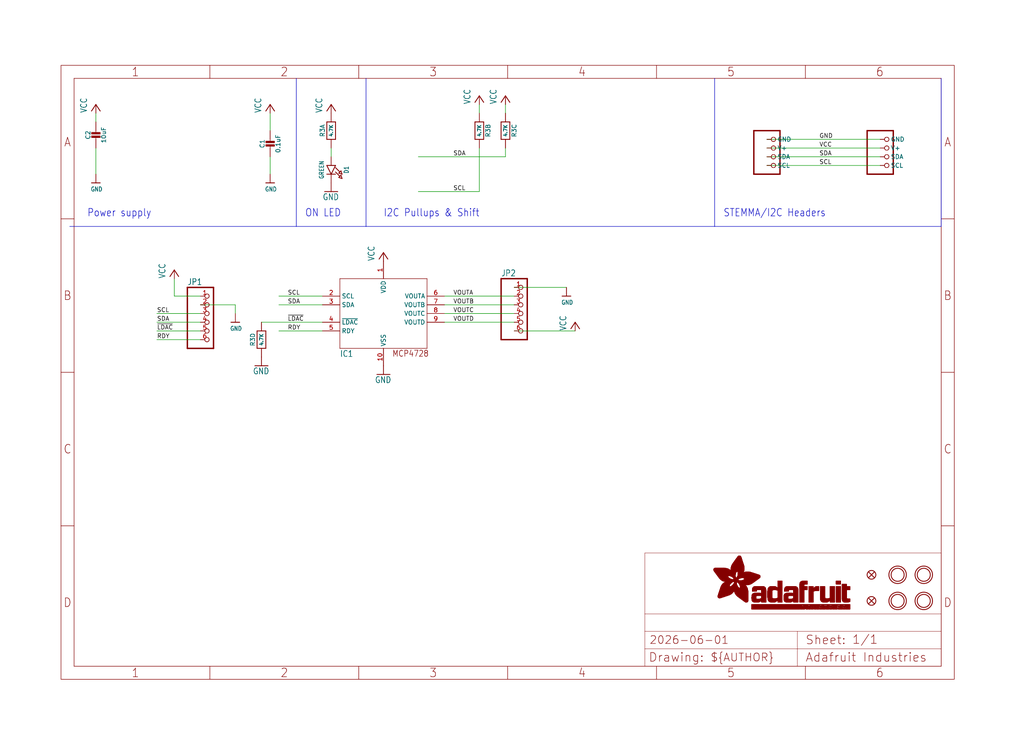
<source format=kicad_sch>
(kicad_sch (version 20230121) (generator eeschema)
  (paper "User" 298.45 217.322)
  (lib_symbols
    (symbol "working-eagle-import:CAP_CERAMIC0603_NO"
      (property "Reference" "C" (at -2.29 1.25 90))
      (symbol "CAP_CERAMIC0603_NO_1_0"
        (pin passive line (at 0 5.08 270) (length 2.54) (name "1") (number "1"))
        (pin passive line (at 0 -2.54 90) (length 2.54) (name "2") (number "2"))
      )
    )
    (symbol "working-eagle-import:CAP_CERAMIC0805-NOOUTLINE"
      (property "Reference" "C" (at -2.29 1.25 90))
      (symbol "CAP_CERAMIC0805-NOOUTLINE_1_0"
        (pin passive line (at 0 5.08 270) (length 2.54) (name "1") (number "1"))
        (pin passive line (at 0 -2.54 90) (length 2.54) (name "2") (number "2"))
      )
    )
    (symbol "working-eagle-import:FIDUCIAL_1MM")
    (symbol "working-eagle-import:FRAME_A4_ADAFRUIT"
      (symbol "FRAME_A4_ADAFRUIT_1_0"
        (text "${#}/${##}" (at 230.505 10.16 0) (effects (font (size 2.54 2.54)) (justify left bottom)))
        (text "${AUTHOR}" (at 189.23 5.08 0) (effects (font (size 2.286 2.286)) (justify left bottom)))
        (text "${CURRENT_DATE}" (at 171.45 10.16 0) (effects (font (size 2.286 2.286)) (justify left bottom)))
        (text "${PROJECTNAME}" (at 171.45 15.24 0) (effects (font (size 2.54 2.54)) (justify left bottom)))
        (text "1" (at 21.6958 1.905 0) (effects (font (size 2.54 2.286))))
        (text "1" (at 21.6958 177.165 0) (effects (font (size 2.54 2.286))))
        (text "2" (at 65.0875 1.905 0) (effects (font (size 2.54 2.286))))
        (text "2" (at 65.0875 177.165 0) (effects (font (size 2.54 2.286))))
        (text "3" (at 108.4792 1.905 0) (effects (font (size 2.54 2.286))))
        (text "3" (at 108.4792 177.165 0) (effects (font (size 2.54 2.286))))
        (text "4" (at 151.8708 1.905 0) (effects (font (size 2.54 2.286))))
        (text "4" (at 151.8708 177.165 0) (effects (font (size 2.54 2.286))))
        (text "5" (at 195.2625 1.905 0) (effects (font (size 2.54 2.286))))
        (text "5" (at 195.2625 177.165 0) (effects (font (size 2.54 2.286))))
        (text "6" (at 238.6542 1.905 0) (effects (font (size 2.54 2.286))))
        (text "6" (at 238.6542 177.165 0) (effects (font (size 2.54 2.286))))
        (text "A" (at 1.905 156.6863 0) (effects (font (size 2.54 2.286))))
        (text "A" (at 258.445 156.6863 0) (effects (font (size 2.54 2.286))))
        (text "Adafruit Industries" (at 216.916 4.953 0) (effects (font (size 2.54 2.54)) (justify left bottom)))
        (text "B" (at 1.905 111.9188 0) (effects (font (size 2.54 2.286))))
        (text "B" (at 258.445 111.9188 0) (effects (font (size 2.54 2.286))))
        (text "C" (at 1.905 67.1513 0) (effects (font (size 2.54 2.286))))
        (text "C" (at 258.445 67.1513 0) (effects (font (size 2.54 2.286))))
        (text "D" (at 1.905 22.3838 0) (effects (font (size 2.54 2.286))))
        (text "D" (at 258.445 22.3838 0) (effects (font (size 2.54 2.286))))
        (text "Drawing:" (at 171.196 4.953 0) (effects (font (size 2.54 2.54)) (justify left bottom)))
        (text "Sheet:" (at 216.916 10.033 0) (effects (font (size 2.54 2.54)) (justify left bottom)))
      )
    )
    (symbol "working-eagle-import:GND" (power)
      (property "Value" "GND" (at -1.524 -2.54 0))
      (symbol "GND_1_0"
        (pin power_in line (at 0 2.54 270) (length 2.54) (name "GND") (number "1"))
      )
    )
    (symbol "working-eagle-import:HEADER-1X670MIL"
      (property "Reference" "JP" (at -6.35 10.795 0))
      (symbol "HEADER-1X670MIL_1_0"
        (pin passive inverted (at -2.54 7.62 0) (length 2.54) (name "1") (number "1"))
        (pin passive inverted (at -2.54 5.08 0) (length 2.54) (name "2") (number "2"))
        (pin passive inverted (at -2.54 2.54 0) (length 2.54) (name "3") (number "3"))
        (pin passive inverted (at -2.54 0 0) (length 2.54) (name "4") (number "4"))
        (pin passive inverted (at -2.54 -2.54 0) (length 2.54) (name "5") (number "5"))
        (pin passive inverted (at -2.54 -5.08 0) (length 2.54) (name "6") (number "6"))
      )
    )
    (symbol "working-eagle-import:LED0603_NOOUTLINE"
      (property "Reference" "D" (at -1.27 4.445 0))
      (symbol "LED0603_NOOUTLINE_1_0"
        (pin passive line (at -5.08 0 0) (length 2.54) (name "A") (number "A"))
        (pin passive line (at 2.54 0 180) (length 2.54) (name "C") (number "C"))
      )
    )
    (symbol "working-eagle-import:MCP4728"
      (property "Reference" "IC" (at -12.7 -12.7 0))
      (symbol "MCP4728_1_0"
        (text "MCP4728" (at 2.54 -12.7 0) (effects (font (size 1.778 1.5113)) (justify left bottom)))
        (pin power_in line (at 0 15.24 270) (length 5.08) (name "VDD") (number "1"))
        (pin power_in line (at 0 -15.24 90) (length 5.08) (name "VSS") (number "10"))
        (pin bidirectional line (at -17.78 5.08 0) (length 5.08) (name "SCL") (number "2"))
        (pin bidirectional line (at -17.78 2.54 0) (length 5.08) (name "SDA") (number "3"))
        (pin input line (at -17.78 -2.54 0) (length 5.08) (name "~{LDAC}") (number "4"))
        (pin output line (at -17.78 -5.08 0) (length 5.08) (name "RDY") (number "5"))
        (pin output line (at 17.78 5.08 180) (length 5.08) (name "VOUTA") (number "6"))
        (pin output line (at 17.78 2.54 180) (length 5.08) (name "VOUTB") (number "7"))
        (pin output line (at 17.78 0 180) (length 5.08) (name "VOUTC") (number "8"))
        (pin output line (at 17.78 -2.54 180) (length 5.08) (name "VOUTD") (number "9"))
      )
    )
    (symbol "working-eagle-import:MOUNTINGHOLE2.5")
    (symbol "working-eagle-import:RESISTOR_4PACK"
      (property "Reference" "R" (at 0 2.54 0))
      (symbol "RESISTOR_4PACK_1_0"
        (pin passive line (at -5.08 0 0) (length 2.54) (name "1") (number "1"))
        (pin passive line (at 5.08 0 180) (length 2.54) (name "2") (number "8"))
      )
      (symbol "RESISTOR_4PACK_2_0"
        (pin passive line (at -5.08 0 0) (length 2.54) (name "1") (number "2"))
        (pin passive line (at 5.08 0 180) (length 2.54) (name "2") (number "7"))
      )
      (symbol "RESISTOR_4PACK_3_0"
        (pin passive line (at -5.08 0 0) (length 2.54) (name "1") (number "3"))
        (pin passive line (at 5.08 0 180) (length 2.54) (name "2") (number "6"))
      )
      (symbol "RESISTOR_4PACK_4_0"
        (pin passive line (at -5.08 0 0) (length 2.54) (name "1") (number "4"))
        (pin passive line (at 5.08 0 180) (length 2.54) (name "2") (number "5"))
      )
    )
    (symbol "working-eagle-import:STEMMA_I2C_QT"
      (symbol "STEMMA_I2C_QT_1_0"
        (pin passive inverted (at 0 5.08 0) (length 2.54) (name "GND") (number "1"))
        (pin passive inverted (at 0 2.54 0) (length 2.54) (name "V+") (number "2"))
        (pin passive inverted (at 0 0 0) (length 2.54) (name "SDA") (number "3"))
        (pin passive inverted (at 0 -2.54 0) (length 2.54) (name "SCL") (number "4"))
      )
      (symbol "STEMMA_I2C_QT_2_0"
        (pin bidirectional line (at 0 0 0) (length 5.08) (name "MT") (number "MT1"))
      )
      (symbol "STEMMA_I2C_QT_3_0"
        (pin bidirectional line (at 0 0 0) (length 5.08) (name "MT") (number "MT2"))
      )
    )
    (symbol "working-eagle-import:VCC" (power)
      (property "Value" "VCC" (at -2.54 -2.54 90))
      (symbol "VCC_1_0"
        (pin power_in line (at 0 -2.54 90) (length 2.54) (name "VCC") (number "1"))
      )
    )
    (symbol "working-eagle-import:supply1_GND" (power)
      (property "Value" "supply1_GND" (at -2.54 -2.54 0))
      (symbol "supply1_GND_1_0"
        (pin power_in line (at 0 2.54 270) (length 2.54) (name "GND") (number "1"))
      )
    )
  )
  (wire (pts (xy 58.42 86.36) (xy 50.8 86.36)) (stroke (width 0.1524)))
  (wire (pts (xy 223.52 43.18) (xy 256.54 43.18)) (stroke (width 0.1524)))
  (wire (pts (xy 147.32 45.72) (xy 121.92 45.72)) (stroke (width 0.1524)))
  (wire (pts (xy 78.74 33.02) (xy 78.74 38.1)) (stroke (width 0.1524)))
  (polyline (pts (xy 20.32 66.04) (xy 86.36 66.04)) (stroke (width 0.1524) (type solid)))
  (wire (pts (xy 58.42 99.06) (xy 45.72 99.06)) (stroke (width 0.1524)))
  (polyline (pts (xy 208.28 66.04) (xy 274.32 66.04)) (stroke (width 0.1524) (type solid)))
  (wire (pts (xy 139.7 30.48) (xy 139.7 33.02)) (stroke (width 0.1524)))
  (wire (pts (xy 139.7 55.88) (xy 121.92 55.88)) (stroke (width 0.1524)))
  (wire (pts (xy 139.7 43.18) (xy 139.7 55.88)) (stroke (width 0.1524)))
  (polyline (pts (xy 86.36 22.86) (xy 86.36 66.04)) (stroke (width 0.1524) (type solid)))
  (wire (pts (xy 165.1 83.82) (xy 149.86 83.82)) (stroke (width 0.1524)))
  (wire (pts (xy 78.74 45.72) (xy 78.74 50.8)) (stroke (width 0.1524)))
  (wire (pts (xy 256.54 45.72) (xy 223.52 45.72)) (stroke (width 0.1524)))
  (wire (pts (xy 50.8 86.36) (xy 50.8 81.28)) (stroke (width 0.1524)))
  (polyline (pts (xy 208.28 22.86) (xy 208.28 66.04)) (stroke (width 0.1524) (type solid)))
  (wire (pts (xy 27.94 50.8) (xy 27.94 43.18)) (stroke (width 0.1524)))
  (wire (pts (xy 68.58 88.9) (xy 68.58 91.44)) (stroke (width 0.1524)))
  (wire (pts (xy 147.32 33.02) (xy 147.32 30.48)) (stroke (width 0.1524)))
  (wire (pts (xy 149.86 88.9) (xy 129.54 88.9)) (stroke (width 0.1524)))
  (polyline (pts (xy 86.36 66.04) (xy 106.68 66.04)) (stroke (width 0.1524) (type solid)))
  (wire (pts (xy 81.28 88.9) (xy 93.98 88.9)) (stroke (width 0.1524)))
  (wire (pts (xy 149.86 93.98) (xy 129.54 93.98)) (stroke (width 0.1524)))
  (wire (pts (xy 58.42 88.9) (xy 68.58 88.9)) (stroke (width 0.1524)))
  (wire (pts (xy 93.98 86.36) (xy 81.28 86.36)) (stroke (width 0.1524)))
  (wire (pts (xy 167.64 96.52) (xy 149.86 96.52)) (stroke (width 0.1524)))
  (wire (pts (xy 93.98 93.98) (xy 76.2 93.98)) (stroke (width 0.1524)))
  (wire (pts (xy 147.32 43.18) (xy 147.32 45.72)) (stroke (width 0.1524)))
  (wire (pts (xy 93.98 96.52) (xy 81.28 96.52)) (stroke (width 0.1524)))
  (wire (pts (xy 149.86 86.36) (xy 129.54 86.36)) (stroke (width 0.1524)))
  (wire (pts (xy 256.54 40.64) (xy 223.52 40.64)) (stroke (width 0.1524)))
  (wire (pts (xy 27.94 33.02) (xy 27.94 35.56)) (stroke (width 0.1524)))
  (polyline (pts (xy 274.32 22.86) (xy 274.32 66.04)) (stroke (width 0.1524) (type solid)))
  (polyline (pts (xy 106.68 66.04) (xy 208.28 66.04)) (stroke (width 0.1524) (type solid)))
  (wire (pts (xy 149.86 91.44) (xy 129.54 91.44)) (stroke (width 0.1524)))
  (polyline (pts (xy 106.68 22.86) (xy 106.68 66.04)) (stroke (width 0.1524) (type solid)))
  (wire (pts (xy 223.52 48.26) (xy 256.54 48.26)) (stroke (width 0.1524)))
  (wire (pts (xy 58.42 93.98) (xy 45.72 93.98)) (stroke (width 0.1524)))
  (wire (pts (xy 58.42 96.52) (xy 45.72 96.52)) (stroke (width 0.1524)))
  (wire (pts (xy 96.52 45.72) (xy 96.52 43.18)) (stroke (width 0.1524)))
  (wire (pts (xy 58.42 91.44) (xy 45.72 91.44)) (stroke (width 0.1524)))
  (text "STEMMA/I2C Headers" (at 210.82 63.5 0) (effects (font (size 2.1844 1.8567)) (justify left bottom)))
  (text "Power supply" (at 25.4 63.5 0) (effects (font (size 2.1844 1.8567)) (justify left bottom)))
  (text "ON LED" (at 88.9 63.5 0) (effects (font (size 2.1844 1.8567)) (justify left bottom)))
  (text "I2C Pullups & Shift" (at 111.76 63.5 0) (effects (font (size 2.1844 1.8567)) (justify left bottom)))
  (label "SDA" (at 238.76 45.72 0) (effects (font (size 1.2446 1.2446))))
  (label "SCL" (at 238.76 48.26 0) (effects (font (size 1.2446 1.2446))))
  (label "SDA" (at 132.08 45.72 0) (effects (font (size 1.2446 1.2446))))
  (label "RDY" (at 83.82 96.52 0) (effects (font (size 1.2446 1.2446))))
  (label "VCC" (at 238.76 43.18 0) (effects (font (size 1.2446 1.2446))))
  (label "VOUTB" (at 132.08 88.9 0) (effects (font (size 1.2446 1.2446))))
  (label "~{LDAC}" (at 45.72 96.52 0) (effects (font (size 1.2446 1.2446))))
  (label "SCL" (at 83.82 86.36 0) (effects (font (size 1.2446 1.2446))))
  (label "RDY" (at 45.72 99.06 0) (effects (font (size 1.2446 1.2446))))
  (label "SDA" (at 45.72 93.98 0) (effects (font (size 1.2446 1.2446))))
  (label "GND" (at 238.76 40.64 0) (effects (font (size 1.2446 1.2446))))
  (label "SCL" (at 45.72 91.44 0) (effects (font (size 1.2446 1.2446))))
  (label "SDA" (at 83.82 88.9 0) (effects (font (size 1.2446 1.2446))))
  (label "VOUTD" (at 132.08 93.98 0) (effects (font (size 1.2446 1.2446))))
  (label "SCL" (at 132.08 55.88 0) (effects (font (size 1.2446 1.2446))))
  (label "VOUTA" (at 132.08 86.36 0) (effects (font (size 1.2446 1.2446))))
  (label "~{LDAC}" (at 83.82 93.98 0) (effects (font (size 1.2446 1.2446))))
  (label "VOUTC" (at 132.08 91.44 0) (effects (font (size 1.2446 1.2446))))
  (symbol (lib_id "working-eagle-import:STEMMA_I2C_QT") (at 223.52 45.72 0) (unit 1)
    (property "Reference" "CONN3" (effects hide))
    (property "Value" "STEMMA_I2C_QT" (effects hide))
    (property "Footprint" "working:JST_SH4" (effects hide))
  )
  (symbol (lib_id "working-eagle-import:FIDUCIAL_1MM") (at 254 175.26 0) (unit 1)
    (property "Reference" "FID3" (effects hide))
    (property "Value" "FIDUCIAL_1MM" (effects hide))
    (property "Footprint" "working:FIDUCIAL_1MM" (effects hide))
  )
  (symbol (lib_id "working-eagle-import:GND") (at 78.74 53.34 0) (unit 1)
    (property "Reference" "#U$6" (effects hide))
    (property "Value" "GND" (at 77.216 55.88 0) (effects (font (size 1.27 1.0795)) (justify left bottom)))
  )
  (symbol (lib_id "working-eagle-import:VCC") (at 78.74 30.48 0) (unit 1)
    (property "Reference" "#P+5" (effects hide))
    (property "Value" "VCC" (at 76.2 33.02 90) (effects (font (size 1.778 1.5113)) (justify left bottom)))
  )
  (symbol (lib_id "working-eagle-import:RESISTOR_4PACK") (at 96.52 38.1 90) (unit 1)
    (property "Reference" "R3" (at 93.98 38.1 0))
    (property "Value" "4.7K" (at 96.52 38.1 0) (effects (font (size 1.016 1.016) bold)))
    (property "Footprint" "working:RESPACK_4X0603" (effects hide))
  )
  (symbol (lib_id "working-eagle-import:HEADER-1X670MIL") (at 60.96 93.98 0) (unit 1)
    (property "Reference" "JP1" (at 54.61 83.185 0) (effects (font (size 1.778 1.5113)) (justify left bottom)))
    (property "Value" "HEADER-1X670MIL" (effects hide))
    (property "Footprint" "working:1X06_ROUND_70" (effects hide))
  )
  (symbol (lib_id "working-eagle-import:RESISTOR_4PACK") (at 147.32 38.1 270) (unit 3)
    (property "Reference" "R3" (at 149.86 38.1 0))
    (property "Value" "4.7K" (at 147.32 38.1 0) (effects (font (size 1.016 1.016) bold)))
    (property "Footprint" "working:RESPACK_4X0603" (effects hide))
  )
  (symbol (lib_id "working-eagle-import:FRAME_A4_ADAFRUIT") (at 17.78 198.12 0) (unit 1)
    (property "Reference" "#U$18" (effects hide))
    (property "Value" "FRAME_A4_ADAFRUIT" (effects hide))
  )
  (symbol (lib_id "working-eagle-import:CAP_CERAMIC0805-NOOUTLINE") (at 27.94 40.64 0) (unit 1)
    (property "Reference" "C2" (at 25.65 39.39 90))
    (property "Value" "10uF" (at 30.24 39.39 90))
    (property "Footprint" "working:0805-NO" (effects hide))
  )
  (symbol (lib_id "working-eagle-import:MOUNTINGHOLE2.5") (at 269.24 175.26 0) (unit 1)
    (property "Reference" "U$21" (effects hide))
    (property "Value" "MOUNTINGHOLE2.5" (effects hide))
    (property "Footprint" "working:MOUNTINGHOLE_2.5_PLATED" (effects hide))
  )
  (symbol (lib_id "working-eagle-import:GND") (at 68.58 93.98 0) (unit 1)
    (property "Reference" "#U$10" (effects hide))
    (property "Value" "GND" (at 67.056 96.52 0) (effects (font (size 1.27 1.0795)) (justify left bottom)))
  )
  (symbol (lib_id "working-eagle-import:GND") (at 165.1 86.36 0) (unit 1)
    (property "Reference" "#U$2" (effects hide))
    (property "Value" "GND" (at 163.576 88.9 0) (effects (font (size 1.27 1.0795)) (justify left bottom)))
  )
  (symbol (lib_id "working-eagle-import:FIDUCIAL_1MM") (at 254 167.64 0) (unit 1)
    (property "Reference" "FID4" (effects hide))
    (property "Value" "FIDUCIAL_1MM" (effects hide))
    (property "Footprint" "working:FIDUCIAL_1MM" (effects hide))
  )
  (symbol (lib_id "working-eagle-import:VCC") (at 96.52 30.48 0) (unit 1)
    (property "Reference" "#P+6" (effects hide))
    (property "Value" "VCC" (at 93.98 33.02 90) (effects (font (size 1.778 1.5113)) (justify left bottom)))
  )
  (symbol (lib_id "working-eagle-import:LED0603_NOOUTLINE") (at 96.52 50.8 270) (unit 1)
    (property "Reference" "D1" (at 100.965 49.53 0) (effects (font (size 1.27 1.0795))))
    (property "Value" "GREEN" (at 93.726 49.53 0) (effects (font (size 1.27 1.0795))))
    (property "Footprint" "working:CHIPLED_0603_NOOUTLINE" (effects hide))
  )
  (symbol (lib_id "working-eagle-import:VCC") (at 167.64 93.98 0) (unit 1)
    (property "Reference" "#P+8" (effects hide))
    (property "Value" "VCC" (at 165.1 96.52 90) (effects (font (size 1.778 1.5113)) (justify left bottom)))
  )
  (symbol (lib_id "working-eagle-import:VCC") (at 111.76 73.66 0) (unit 1)
    (property "Reference" "#P+7" (effects hide))
    (property "Value" "VCC" (at 109.22 76.2 90) (effects (font (size 1.778 1.5113)) (justify left bottom)))
  )
  (symbol (lib_id "working-eagle-import:VCC") (at 147.32 27.94 0) (unit 1)
    (property "Reference" "#P+2" (effects hide))
    (property "Value" "VCC" (at 144.78 30.48 90) (effects (font (size 1.778 1.5113)) (justify left bottom)))
  )
  (symbol (lib_id "working-eagle-import:GND") (at 27.94 53.34 0) (unit 1)
    (property "Reference" "#U$13" (effects hide))
    (property "Value" "GND" (at 26.416 55.88 0) (effects (font (size 1.27 1.0795)) (justify left bottom)))
  )
  (symbol (lib_id "working-eagle-import:MOUNTINGHOLE2.5") (at 261.62 175.26 0) (unit 1)
    (property "Reference" "U$1" (effects hide))
    (property "Value" "MOUNTINGHOLE2.5" (effects hide))
    (property "Footprint" "working:MOUNTINGHOLE_2.5_PLATED" (effects hide))
  )
  (symbol (lib_id "working-eagle-import:STEMMA_I2C_QT") (at 256.54 45.72 0) (unit 1)
    (property "Reference" "CONN4" (effects hide))
    (property "Value" "STEMMA_I2C_QT" (effects hide))
    (property "Footprint" "working:JST_SH4" (effects hide))
  )
  (symbol (lib_id "working-eagle-import:VCC") (at 139.7 27.94 0) (unit 1)
    (property "Reference" "#P+1" (effects hide))
    (property "Value" "VCC" (at 137.16 30.48 90) (effects (font (size 1.778 1.5113)) (justify left bottom)))
  )
  (symbol (lib_id "working-eagle-import:VCC") (at 50.8 78.74 0) (unit 1)
    (property "Reference" "#P+4" (effects hide))
    (property "Value" "VCC" (at 48.26 81.28 90) (effects (font (size 1.778 1.5113)) (justify left bottom)))
  )
  (symbol (lib_id "working-eagle-import:supply1_GND") (at 111.76 109.22 0) (unit 1)
    (property "Reference" "#GND1" (effects hide))
    (property "Value" "GND" (at 109.22 111.76 0) (effects (font (size 1.778 1.5113)) (justify left bottom)))
  )
  (symbol (lib_id "working-eagle-import:VCC") (at 27.94 30.48 0) (unit 1)
    (property "Reference" "#P+3" (effects hide))
    (property "Value" "VCC" (at 25.4 33.02 90) (effects (font (size 1.778 1.5113)) (justify left bottom)))
  )
  (symbol (lib_id "working-eagle-import:supply1_GND") (at 96.52 55.88 0) (unit 1)
    (property "Reference" "#GND6" (effects hide))
    (property "Value" "GND" (at 93.98 58.42 0) (effects (font (size 1.778 1.5113)) (justify left bottom)))
  )
  (symbol (lib_id "working-eagle-import:CAP_CERAMIC0603_NO") (at 78.74 43.18 0) (unit 1)
    (property "Reference" "C1" (at 76.45 41.93 90))
    (property "Value" "0.1uF" (at 81.04 41.93 90))
    (property "Footprint" "working:0603-NO" (effects hide))
  )
  (symbol (lib_id "working-eagle-import:MOUNTINGHOLE2.5") (at 261.62 167.64 0) (unit 1)
    (property "Reference" "U$17" (effects hide))
    (property "Value" "MOUNTINGHOLE2.5" (effects hide))
    (property "Footprint" "working:MOUNTINGHOLE_2.5_PLATED" (effects hide))
  )
  (symbol (lib_id "working-eagle-import:supply1_GND") (at 76.2 106.68 0) (unit 1)
    (property "Reference" "#GND2" (effects hide))
    (property "Value" "GND" (at 73.66 109.22 0) (effects (font (size 1.778 1.5113)) (justify left bottom)))
  )
  (symbol (lib_id "working-eagle-import:MOUNTINGHOLE2.5") (at 269.24 167.64 0) (unit 1)
    (property "Reference" "U$19" (effects hide))
    (property "Value" "MOUNTINGHOLE2.5" (effects hide))
    (property "Footprint" "working:MOUNTINGHOLE_2.5_PLATED" (effects hide))
  )
  (symbol (lib_id "working-eagle-import:RESISTOR_4PACK") (at 139.7 38.1 270) (unit 2)
    (property "Reference" "R3" (at 142.24 38.1 0))
    (property "Value" "4.7K" (at 139.7 38.1 0) (effects (font (size 1.016 1.016) bold)))
    (property "Footprint" "working:RESPACK_4X0603" (effects hide))
  )
  (symbol (lib_id "working-eagle-import:MCP4728") (at 111.76 91.44 0) (unit 1)
    (property "Reference" "IC1" (at 99.06 104.14 0) (effects (font (size 1.778 1.5113)) (justify left bottom)))
    (property "Value" "MCP4728" (effects hide))
    (property "Footprint" "working:MSOP10" (effects hide))
  )
  (symbol (lib_id "working-eagle-import:RESISTOR_4PACK") (at 76.2 99.06 90) (unit 4)
    (property "Reference" "R3" (at 73.66 99.06 0))
    (property "Value" "4.7K" (at 76.2 99.06 0) (effects (font (size 1.016 1.016) bold)))
    (property "Footprint" "working:RESPACK_4X0603" (effects hide))
  )
  (symbol (lib_id "working-eagle-import:HEADER-1X670MIL") (at 152.4 91.44 0) (unit 1)
    (property "Reference" "JP2" (at 146.05 80.645 0) (effects (font (size 1.778 1.5113)) (justify left bottom)))
    (property "Value" "HEADER-1X670MIL" (effects hide))
    (property "Footprint" "working:1X06_ROUND_70" (effects hide))
  )
)
</source>
